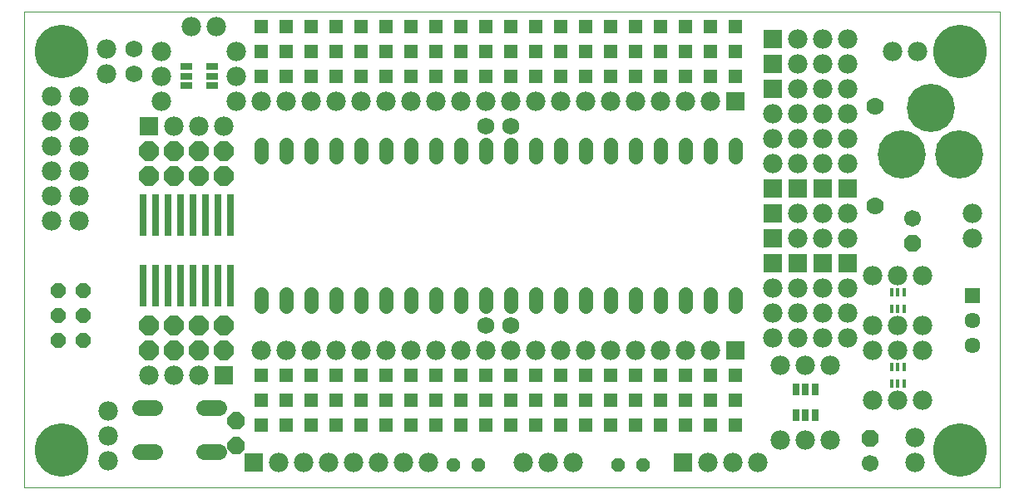
<source format=gts>
G75*
G70*
%OFA0B0*%
%FSLAX24Y24*%
%IPPOS*%
%LPD*%
%AMOC8*
5,1,8,0,0,1.08239X$1,22.5*
%
%ADD10C,0.0000*%
%ADD11C,0.0560*%
%ADD12OC8,0.0700*%
%ADD13OC8,0.0600*%
%ADD14C,0.0640*%
%ADD15OC8,0.0560*%
%ADD16C,0.0700*%
%ADD17R,0.0634X0.0634*%
%ADD18C,0.0634*%
%ADD19OC8,0.0670*%
%ADD20C,0.0670*%
%ADD21C,0.1930*%
%ADD22C,0.0780*%
%ADD23C,0.2140*%
%ADD24R,0.0780X0.0780*%
%ADD25R,0.0276X0.0906*%
%ADD26OC8,0.0780*%
%ADD27R,0.0178X0.0355*%
%ADD28R,0.0555X0.0555*%
%ADD29R,0.0512X0.0257*%
%ADD30R,0.0257X0.0512*%
%ADD31C,0.0690*%
D10*
X000460Y000460D02*
X039560Y000460D01*
X039560Y019560D01*
X000460Y019560D01*
X000460Y000460D01*
D11*
X009960Y007700D02*
X009960Y008220D01*
X010960Y008220D02*
X010960Y007700D01*
X011960Y007700D02*
X011960Y008220D01*
X012960Y008220D02*
X012960Y007700D01*
X013960Y007700D02*
X013960Y008220D01*
X014960Y008220D02*
X014960Y007700D01*
X015960Y007700D02*
X015960Y008220D01*
X016960Y008220D02*
X016960Y007700D01*
X017960Y007700D02*
X017960Y008220D01*
X018960Y008220D02*
X018960Y007700D01*
X019960Y007700D02*
X019960Y008220D01*
X020960Y008220D02*
X020960Y007700D01*
X021960Y007700D02*
X021960Y008220D01*
X022960Y008220D02*
X022960Y007700D01*
X023960Y007700D02*
X023960Y008220D01*
X024960Y008220D02*
X024960Y007700D01*
X025960Y007700D02*
X025960Y008220D01*
X026960Y008220D02*
X026960Y007700D01*
X027960Y007700D02*
X027960Y008220D01*
X028960Y008220D02*
X028960Y007700D01*
X028960Y013700D02*
X028960Y014220D01*
X027960Y014220D02*
X027960Y013700D01*
X026960Y013700D02*
X026960Y014220D01*
X025960Y014220D02*
X025960Y013700D01*
X024960Y013700D02*
X024960Y014220D01*
X023960Y014220D02*
X023960Y013700D01*
X022960Y013700D02*
X022960Y014220D01*
X021960Y014220D02*
X021960Y013700D01*
X020960Y013700D02*
X020960Y014220D01*
X019960Y014220D02*
X019960Y013700D01*
X018960Y013700D02*
X018960Y014220D01*
X017960Y014220D02*
X017960Y013700D01*
X016960Y013700D02*
X016960Y014220D01*
X015960Y014220D02*
X015960Y013700D01*
X014960Y013700D02*
X014960Y014220D01*
X013960Y014220D02*
X013960Y013700D01*
X012960Y013700D02*
X012960Y014220D01*
X011960Y014220D02*
X011960Y013700D01*
X010960Y013700D02*
X010960Y014220D01*
X009960Y014220D02*
X009960Y013700D01*
D12*
X008960Y003110D03*
X008960Y002110D03*
D13*
X002810Y006360D03*
X001810Y006360D03*
X001810Y007360D03*
X002810Y007360D03*
X002810Y008360D03*
X001810Y008360D03*
D14*
X005080Y003650D02*
X005680Y003650D01*
X007640Y003650D02*
X008240Y003650D01*
X008240Y001870D02*
X007640Y001870D01*
X005680Y001870D02*
X005080Y001870D01*
D15*
X017660Y001360D03*
X018660Y001360D03*
X024260Y001360D03*
X025260Y001360D03*
D16*
X034560Y011760D03*
X034560Y015760D03*
D17*
X038460Y008160D03*
D18*
X038460Y007160D03*
X038460Y006160D03*
D19*
X034360Y002410D03*
X036060Y010260D03*
D20*
X036060Y011260D03*
X034360Y001410D03*
D21*
X035603Y013821D03*
X037925Y013821D03*
X036784Y015671D03*
D22*
X033460Y015460D03*
X032460Y015460D03*
X031460Y015460D03*
X030460Y015460D03*
X030460Y014460D03*
X031460Y014460D03*
X032460Y014460D03*
X033460Y014460D03*
X033460Y013460D03*
X032460Y013460D03*
X031460Y013460D03*
X030460Y013460D03*
X031460Y011460D03*
X032460Y011460D03*
X033460Y011460D03*
X033460Y010460D03*
X032460Y010460D03*
X031460Y010460D03*
X034460Y008960D03*
X035460Y008960D03*
X036460Y008960D03*
X038460Y010460D03*
X038460Y011460D03*
X033460Y008460D03*
X032460Y008460D03*
X031460Y008460D03*
X030460Y008460D03*
X030460Y007460D03*
X031460Y007460D03*
X032460Y007460D03*
X033460Y007460D03*
X034460Y006960D03*
X033460Y006460D03*
X032460Y006460D03*
X031460Y006460D03*
X030460Y006460D03*
X030760Y005360D03*
X031760Y005360D03*
X032760Y005360D03*
X034460Y005960D03*
X035460Y005960D03*
X036460Y005960D03*
X036460Y006960D03*
X035460Y006960D03*
X035460Y003960D03*
X036460Y003960D03*
X034460Y003960D03*
X036160Y002460D03*
X036160Y001460D03*
X032760Y002360D03*
X031760Y002360D03*
X030760Y002360D03*
X029860Y001460D03*
X028860Y001460D03*
X027860Y001460D03*
X022460Y001460D03*
X021460Y001460D03*
X020460Y001460D03*
X016660Y001460D03*
X015660Y001460D03*
X014660Y001460D03*
X013660Y001460D03*
X012660Y001460D03*
X011660Y001460D03*
X010660Y001460D03*
X003810Y001510D03*
X003810Y002510D03*
X003810Y003510D03*
X005460Y004960D03*
X006460Y004960D03*
X007460Y004960D03*
X009960Y005960D03*
X010960Y005960D03*
X011960Y005960D03*
X012960Y005960D03*
X013960Y005960D03*
X014960Y005960D03*
X015960Y005960D03*
X016960Y005960D03*
X017960Y005960D03*
X018960Y005960D03*
X019960Y005960D03*
X020960Y005960D03*
X021960Y005960D03*
X022960Y005960D03*
X023960Y005960D03*
X024960Y005960D03*
X025960Y005960D03*
X026960Y005960D03*
X027960Y005960D03*
X008460Y014960D03*
X007460Y014960D03*
X006460Y014960D03*
X005960Y015960D03*
X005960Y016960D03*
X005960Y017960D03*
X007160Y018960D03*
X008160Y018960D03*
X008960Y017960D03*
X008960Y016960D03*
X008960Y015960D03*
X009960Y015960D03*
X010960Y015960D03*
X011960Y015960D03*
X012960Y015960D03*
X013960Y015960D03*
X014960Y015960D03*
X015960Y015960D03*
X016960Y015960D03*
X017960Y015960D03*
X018960Y015960D03*
X019960Y015960D03*
X020960Y015960D03*
X021960Y015960D03*
X022960Y015960D03*
X023960Y015960D03*
X024960Y015960D03*
X025960Y015960D03*
X026960Y015960D03*
X027960Y015960D03*
X031460Y016460D03*
X032460Y016460D03*
X033460Y016460D03*
X033460Y017460D03*
X032460Y017460D03*
X031460Y017460D03*
X031460Y018460D03*
X032460Y018460D03*
X033460Y018460D03*
X035260Y017960D03*
X036260Y017960D03*
X003760Y018060D03*
X003760Y017060D03*
X002660Y016160D03*
X001560Y016160D03*
X001560Y015160D03*
X002660Y015160D03*
X002660Y014160D03*
X001560Y014160D03*
X001560Y013160D03*
X002660Y013160D03*
X002660Y012160D03*
X001560Y012160D03*
X001560Y011160D03*
X002660Y011160D03*
D23*
X001960Y017960D03*
X001960Y001960D03*
X037960Y001960D03*
X037960Y017960D03*
D24*
X030460Y017460D03*
X030460Y016460D03*
X028960Y015960D03*
X030460Y018460D03*
X030460Y012460D03*
X031460Y012460D03*
X032460Y012460D03*
X033460Y012460D03*
X030460Y011460D03*
X030460Y010460D03*
X030460Y009460D03*
X031460Y009460D03*
X032460Y009460D03*
X033460Y009460D03*
X028960Y005960D03*
X026860Y001460D03*
X009660Y001460D03*
X008460Y004960D03*
X005460Y014960D03*
D25*
X005210Y011771D03*
X005710Y011771D03*
X006210Y011771D03*
X006710Y011771D03*
X007210Y011771D03*
X007710Y011771D03*
X008210Y011771D03*
X008710Y011771D03*
X008710Y010984D03*
X008210Y010984D03*
X007710Y010984D03*
X007210Y010984D03*
X006710Y010984D03*
X006210Y010984D03*
X005710Y010984D03*
X005210Y010984D03*
X005210Y008936D03*
X005710Y008936D03*
X006210Y008936D03*
X006710Y008936D03*
X007210Y008936D03*
X007710Y008936D03*
X008210Y008936D03*
X008710Y008936D03*
X008710Y008149D03*
X008210Y008149D03*
X007710Y008149D03*
X007210Y008149D03*
X006710Y008149D03*
X006210Y008149D03*
X005710Y008149D03*
X005210Y008149D03*
D26*
X005460Y006960D03*
X006460Y006960D03*
X007460Y006960D03*
X008460Y006960D03*
X008460Y005960D03*
X007460Y005960D03*
X006460Y005960D03*
X005460Y005960D03*
X005460Y012960D03*
X006460Y012960D03*
X007460Y012960D03*
X008460Y012960D03*
X008460Y013960D03*
X007460Y013960D03*
X006460Y013960D03*
X005460Y013960D03*
D27*
X035204Y008295D03*
X035460Y008295D03*
X035716Y008295D03*
X035716Y007625D03*
X035460Y007625D03*
X035204Y007625D03*
X035204Y005295D03*
X035460Y005295D03*
X035716Y005295D03*
X035716Y004625D03*
X035460Y004625D03*
X035204Y004625D03*
D28*
X028960Y004960D03*
X027960Y004960D03*
X026960Y004960D03*
X025960Y004960D03*
X024960Y004960D03*
X023960Y004960D03*
X022960Y004960D03*
X021960Y004960D03*
X020960Y004960D03*
X019960Y004960D03*
X018960Y004960D03*
X017960Y004960D03*
X016960Y004960D03*
X015960Y004960D03*
X014960Y004960D03*
X013960Y004960D03*
X012960Y004960D03*
X011960Y004960D03*
X010960Y004960D03*
X009960Y004960D03*
X009960Y003960D03*
X010960Y003960D03*
X011960Y003960D03*
X012960Y003960D03*
X013960Y003960D03*
X014960Y003960D03*
X015960Y003960D03*
X016960Y003960D03*
X017960Y003960D03*
X018960Y003960D03*
X019960Y003960D03*
X020960Y003960D03*
X021960Y003960D03*
X022960Y003960D03*
X023960Y003960D03*
X024960Y003960D03*
X025960Y003960D03*
X026960Y003960D03*
X027960Y003960D03*
X028960Y003960D03*
X028960Y002960D03*
X027960Y002960D03*
X026960Y002960D03*
X025960Y002960D03*
X024960Y002960D03*
X023960Y002960D03*
X022960Y002960D03*
X021960Y002960D03*
X020960Y002960D03*
X019960Y002960D03*
X018960Y002960D03*
X017960Y002960D03*
X016960Y002960D03*
X015960Y002960D03*
X014960Y002960D03*
X013960Y002960D03*
X012960Y002960D03*
X011960Y002960D03*
X010960Y002960D03*
X009960Y002960D03*
X009960Y016960D03*
X010960Y016960D03*
X011960Y016960D03*
X012960Y016960D03*
X013960Y016960D03*
X014960Y016960D03*
X015960Y016960D03*
X016960Y016960D03*
X017960Y016960D03*
X018960Y016960D03*
X019960Y016960D03*
X020960Y016960D03*
X021960Y016960D03*
X022960Y016960D03*
X023960Y016960D03*
X024960Y016960D03*
X025960Y016960D03*
X026960Y016960D03*
X027960Y016960D03*
X028960Y016960D03*
X028960Y017960D03*
X027960Y017960D03*
X026960Y017960D03*
X025960Y017960D03*
X024960Y017960D03*
X023960Y017960D03*
X022960Y017960D03*
X021960Y017960D03*
X020960Y017960D03*
X019960Y017960D03*
X018960Y017960D03*
X017960Y017960D03*
X016960Y017960D03*
X015960Y017960D03*
X014960Y017960D03*
X013960Y017960D03*
X012960Y017960D03*
X011960Y017960D03*
X010960Y017960D03*
X009960Y017960D03*
X009960Y018960D03*
X010960Y018960D03*
X011960Y018960D03*
X012960Y018960D03*
X013960Y018960D03*
X014960Y018960D03*
X015960Y018960D03*
X016960Y018960D03*
X017960Y018960D03*
X018960Y018960D03*
X019960Y018960D03*
X020960Y018960D03*
X021960Y018960D03*
X022960Y018960D03*
X023960Y018960D03*
X024960Y018960D03*
X025960Y018960D03*
X026960Y018960D03*
X027960Y018960D03*
X028960Y018960D03*
D29*
X007972Y017334D03*
X007972Y016960D03*
X007972Y016586D03*
X006948Y016586D03*
X006948Y016960D03*
X006948Y017334D03*
D30*
X031386Y004372D03*
X031760Y004372D03*
X032134Y004372D03*
X032134Y003348D03*
X031760Y003348D03*
X031386Y003348D03*
D31*
X019960Y006960D03*
X018960Y006960D03*
X018960Y014960D03*
X019960Y014960D03*
X004860Y017060D03*
X004860Y018060D03*
M02*

</source>
